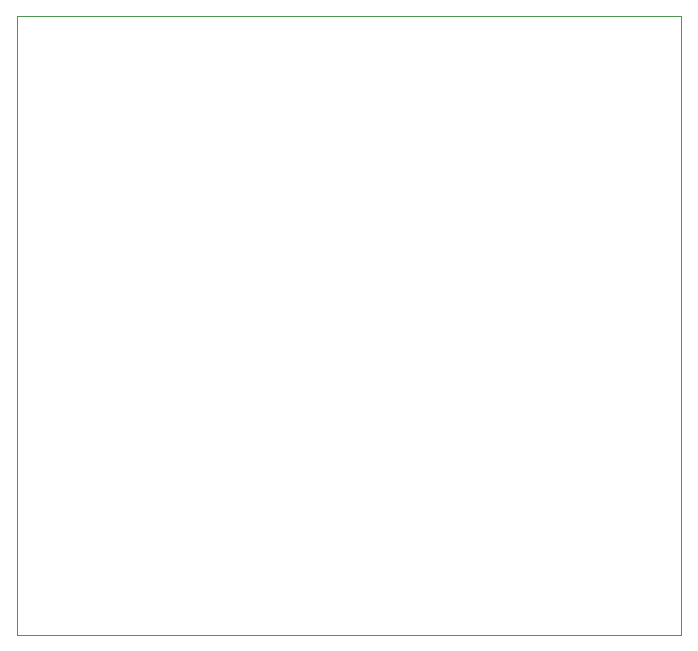
<source format=gbr>
G04*
G04 #@! TF.GenerationSoftware,Altium Limited,Altium Designer,24.6.1 (21)*
G04*
G04 Layer_Color=0*
%FSLAX44Y44*%
%MOMM*%
G71*
G04*
G04 #@! TF.SameCoordinates,8B27C9E9-A4C2-4BD9-AFE1-7C446D6426E9*
G04*
G04*
G04 #@! TF.FilePolarity,Positive*
G04*
G01*
G75*
%ADD41C,0.0254*%
D41*
X890270Y744220D02*
Y1268730D01*
X1452880D01*
Y744220D01*
X890270D01*
M02*

</source>
